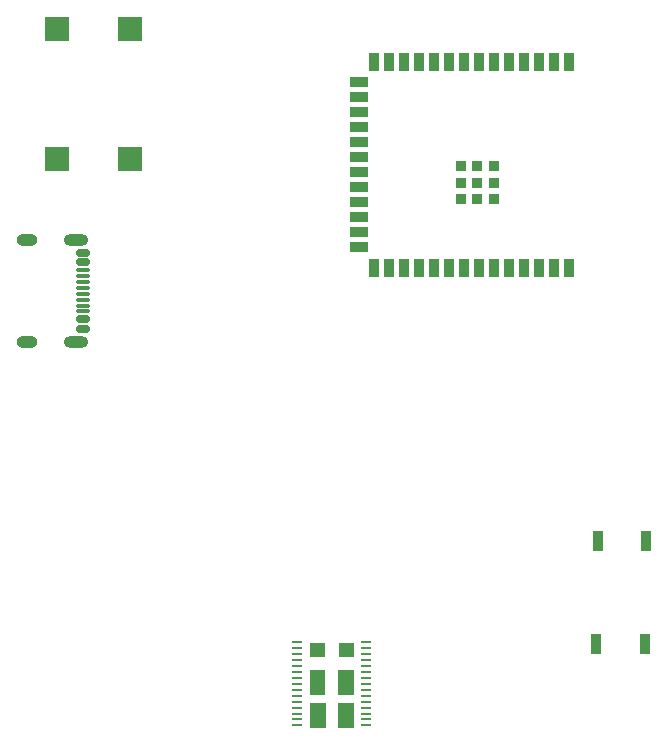
<source format=gbr>
%TF.GenerationSoftware,KiCad,Pcbnew,8.0.2*%
%TF.CreationDate,2024-06-10T16:23:20-04:00*%
%TF.ProjectId,bitaxeSupra,62697461-7865-4537-9570-72612e6b6963,rev?*%
%TF.SameCoordinates,Original*%
%TF.FileFunction,Paste,Bot*%
%TF.FilePolarity,Positive*%
%FSLAX46Y46*%
G04 Gerber Fmt 4.6, Leading zero omitted, Abs format (unit mm)*
G04 Created by KiCad (PCBNEW 8.0.2) date 2024-06-10 16:23:20*
%MOMM*%
%LPD*%
G01*
G04 APERTURE LIST*
G04 Aperture macros list*
%AMRoundRect*
0 Rectangle with rounded corners*
0 $1 Rounding radius*
0 $2 $3 $4 $5 $6 $7 $8 $9 X,Y pos of 4 corners*
0 Add a 4 corners polygon primitive as box body*
4,1,4,$2,$3,$4,$5,$6,$7,$8,$9,$2,$3,0*
0 Add four circle primitives for the rounded corners*
1,1,$1+$1,$2,$3*
1,1,$1+$1,$4,$5*
1,1,$1+$1,$6,$7*
1,1,$1+$1,$8,$9*
0 Add four rect primitives between the rounded corners*
20,1,$1+$1,$2,$3,$4,$5,0*
20,1,$1+$1,$4,$5,$6,$7,0*
20,1,$1+$1,$6,$7,$8,$9,0*
20,1,$1+$1,$8,$9,$2,$3,0*%
G04 Aperture macros list end*
%ADD10C,0.001000*%
%ADD11RoundRect,0.150000X0.425000X-0.150000X0.425000X0.150000X-0.425000X0.150000X-0.425000X-0.150000X0*%
%ADD12RoundRect,0.075000X0.500000X-0.075000X0.500000X0.075000X-0.500000X0.075000X-0.500000X-0.075000X0*%
%ADD13O,1.800000X1.000000*%
%ADD14O,2.100000X1.000000*%
%ADD15R,0.900000X1.500000*%
%ADD16R,1.500000X0.900000*%
%ADD17R,0.900000X0.900000*%
%ADD18RoundRect,0.055250X0.340750X0.055250X-0.340750X0.055250X-0.340750X-0.055250X0.340750X-0.055250X0*%
%ADD19R,2.000000X2.000000*%
%ADD20R,0.900000X1.800000*%
G04 APERTURE END LIST*
%TO.C,U8*%
D10*
X105000562Y-113096000D02*
X103800562Y-113096000D01*
X103800562Y-114206000D01*
X105000562Y-114206000D01*
X105000562Y-113096000D01*
G36*
X105000562Y-113096000D02*
G01*
X103800562Y-113096000D01*
X103800562Y-114206000D01*
X105000562Y-114206000D01*
X105000562Y-113096000D01*
G37*
X105010562Y-115341000D02*
X103810562Y-115341000D01*
X103810562Y-117371000D01*
X105010562Y-117371000D01*
X105010562Y-115341000D01*
G36*
X105010562Y-115341000D02*
G01*
X103810562Y-115341000D01*
X103810562Y-117371000D01*
X105010562Y-117371000D01*
X105010562Y-115341000D01*
G37*
X105030562Y-118196000D02*
X103830562Y-118196000D01*
X103830562Y-120216000D01*
X105030562Y-120216000D01*
X105030562Y-118196000D01*
G36*
X105030562Y-118196000D02*
G01*
X103830562Y-118196000D01*
X103830562Y-120216000D01*
X105030562Y-120216000D01*
X105030562Y-118196000D01*
G37*
X107400562Y-115336000D02*
X106200562Y-115336000D01*
X106200562Y-117366000D01*
X107400562Y-117366000D01*
X107400562Y-115336000D01*
G36*
X107400562Y-115336000D02*
G01*
X106200562Y-115336000D01*
X106200562Y-117366000D01*
X107400562Y-117366000D01*
X107400562Y-115336000D01*
G37*
X107400562Y-118196000D02*
X106200562Y-118196000D01*
X106200562Y-120216000D01*
X107400562Y-120216000D01*
X107400562Y-118196000D01*
G36*
X107400562Y-118196000D02*
G01*
X106200562Y-118196000D01*
X106200562Y-120216000D01*
X107400562Y-120216000D01*
X107400562Y-118196000D01*
G37*
X107410562Y-113096000D02*
X106210562Y-113096000D01*
X106210562Y-114216000D01*
X107410562Y-114216000D01*
X107410562Y-113096000D01*
G36*
X107410562Y-113096000D02*
G01*
X106210562Y-113096000D01*
X106210562Y-114216000D01*
X107410562Y-114216000D01*
X107410562Y-113096000D01*
G37*
%TD*%
D11*
%TO.C,J5*%
X84545000Y-86460000D03*
X84545000Y-85660000D03*
D12*
X84545000Y-84510000D03*
X84545000Y-83510000D03*
X84545000Y-83010000D03*
X84545000Y-82010000D03*
D11*
X84545000Y-80060000D03*
X84545000Y-80860000D03*
D12*
X84545000Y-81510000D03*
X84545000Y-82510000D03*
X84545000Y-84010000D03*
X84545000Y-85010000D03*
D13*
X79790000Y-87580000D03*
D14*
X83970000Y-87580000D03*
D13*
X79790000Y-78940000D03*
D14*
X83970000Y-78940000D03*
%TD*%
D15*
%TO.C,U4*%
X125690000Y-81360000D03*
X124420000Y-81360000D03*
X123150000Y-81360000D03*
X121880000Y-81360000D03*
X120610000Y-81360000D03*
X119340000Y-81360000D03*
X118070000Y-81360000D03*
X116800000Y-81360000D03*
X115530000Y-81360000D03*
X114260000Y-81360000D03*
X112990000Y-81360000D03*
X111720000Y-81360000D03*
X110450000Y-81360000D03*
X109180000Y-81360000D03*
D16*
X107930000Y-79595000D03*
X107930000Y-78325000D03*
X107930000Y-77055000D03*
X107930000Y-75785000D03*
X107930000Y-74515000D03*
X107930000Y-73245000D03*
X107930000Y-71975000D03*
X107930000Y-70705000D03*
X107930000Y-69435000D03*
X107930000Y-68165000D03*
X107930000Y-66895000D03*
X107930000Y-65625000D03*
D15*
X109180000Y-63860000D03*
X110450000Y-63860000D03*
X111720000Y-63860000D03*
X112990000Y-63860000D03*
X114260000Y-63860000D03*
X115530000Y-63860000D03*
X116800000Y-63860000D03*
X118070000Y-63860000D03*
X119340000Y-63860000D03*
X120610000Y-63860000D03*
X121880000Y-63860000D03*
X123150000Y-63860000D03*
X124420000Y-63860000D03*
X125690000Y-63860000D03*
D17*
X116570000Y-75510000D03*
X117970000Y-75510000D03*
X119370000Y-75510000D03*
X116570000Y-74110000D03*
X117970000Y-74110000D03*
X119370000Y-74110000D03*
X116570000Y-72710000D03*
X117970000Y-72710000D03*
X119370000Y-72710000D03*
%TD*%
D18*
%TO.C,U8*%
X108526562Y-113032000D03*
X108526562Y-113534000D03*
X108526562Y-114036000D03*
X108526562Y-114538000D03*
X108526562Y-115040000D03*
X108526562Y-115542000D03*
X108526562Y-116044000D03*
X108526562Y-116546000D03*
X108526562Y-117048000D03*
X108526562Y-117550000D03*
X108526562Y-118052000D03*
X108526562Y-118554000D03*
X108526562Y-119056000D03*
X108526562Y-119558000D03*
X108526562Y-120060000D03*
X102694562Y-120060000D03*
X102694562Y-119558000D03*
X102694562Y-119056000D03*
X102694562Y-118554000D03*
X102694562Y-118052000D03*
X102694562Y-117550000D03*
X102694562Y-117048000D03*
X102694562Y-116546000D03*
X102694562Y-116044000D03*
X102694562Y-115542000D03*
X102694562Y-115040000D03*
X102694562Y-114538000D03*
X102694562Y-114036000D03*
X102694562Y-113534000D03*
X102694562Y-113032000D03*
%TD*%
D19*
%TO.C,J1*%
X82330000Y-72120000D03*
X88530000Y-72120000D03*
X82330000Y-61120000D03*
X88530000Y-61120000D03*
%TD*%
D20*
%TO.C,SW1*%
X132246000Y-104448000D03*
X128136000Y-104448000D03*
%TD*%
%TO.C,SW2*%
X132142000Y-113155000D03*
X128032000Y-113155000D03*
%TD*%
M02*

</source>
